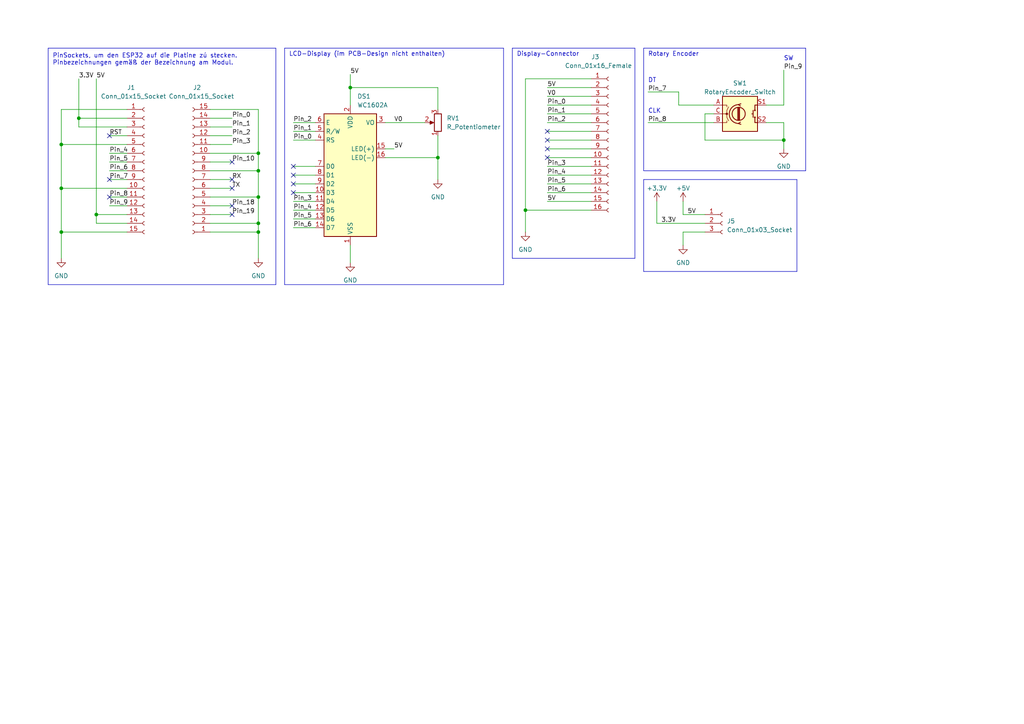
<source format=kicad_sch>
(kicad_sch (version 20230121) (generator eeschema)
  (paper "A4")
  (title_block (title "breakout-board-display-brain") (date "2023-02-04") (rev "v1") (comment 1 "erste Version"))
  (lib_symbols
    (symbol "Connector:Conn_01x03_Socket" (pin_names (offset 1.016) hide)
      (property "Reference" "J" (at 0 5.08 0))
      (property "Value" "Conn_01x03_Socket" (at 0 -5.08 0))
      (symbol "Conn_01x03_Socket_1_1"
        (arc (start 0 -2.032) (mid -0.5058 -2.54) (end 0 -3.048) (stroke (width 0.1524)))
        (polyline (pts (xy -1.27 -2.54) (xy -0.508 -2.54)) (stroke (width 0.1524)))
        (polyline (pts (xy -1.27 0) (xy -0.508 0)) (stroke (width 0.1524)))
        (polyline (pts (xy -1.27 2.54) (xy -0.508 2.54)) (stroke (width 0.1524)))
        (arc (start 0 0.508) (mid -0.5058 0) (end 0 -0.508) (stroke (width 0.1524)))
        (arc (start 0 3.048) (mid -0.5058 2.54) (end 0 2.032) (stroke (width 0.1524)))
        (pin passive line (at -5.08 2.54 0) (length 3.81) (name "Pin_1") (number "1"))
        (pin passive line (at -5.08 0 0) (length 3.81) (name "Pin_2") (number "2"))
        (pin passive line (at -5.08 -2.54 0) (length 3.81) (name "Pin_3") (number "3"))
      )
    )
    (symbol "Connector:Conn_01x15_Socket" (pin_names (offset 1.016) hide)
      (property "Reference" "J" (at 0 20.32 0))
      (property "Value" "Conn_01x15_Socket" (at 0 -20.32 0))
      (symbol "Conn_01x15_Socket_1_1"
        (arc (start 0 -17.272) (mid -0.5058 -17.78) (end 0 -18.288) (stroke (width 0.1524)))
        (arc (start 0 -14.732) (mid -0.5058 -15.24) (end 0 -15.748) (stroke (width 0.1524)))
        (arc (start 0 -12.192) (mid -0.5058 -12.7) (end 0 -13.208) (stroke (width 0.1524)))
        (arc (start 0 -9.652) (mid -0.5058 -10.16) (end 0 -10.668) (stroke (width 0.1524)))
        (arc (start 0 -7.112) (mid -0.5058 -7.62) (end 0 -8.128) (stroke (width 0.1524)))
        (arc (start 0 -4.572) (mid -0.5058 -5.08) (end 0 -5.588) (stroke (width 0.1524)))
        (arc (start 0 -2.032) (mid -0.5058 -2.54) (end 0 -3.048) (stroke (width 0.1524)))
        (polyline (pts (xy -1.27 -17.78) (xy -0.508 -17.78)) (stroke (width 0.1524)))
        (polyline (pts (xy -1.27 -15.24) (xy -0.508 -15.24)) (stroke (width 0.1524)))
        (polyline (pts (xy -1.27 -12.7) (xy -0.508 -12.7)) (stroke (width 0.1524)))
        (polyline (pts (xy -1.27 -10.16) (xy -0.508 -10.16)) (stroke (width 0.1524)))
        (polyline (pts (xy -1.27 -7.62) (xy -0.508 -7.62)) (stroke (width 0.1524)))
        (polyline (pts (xy -1.27 -5.08) (xy -0.508 -5.08)) (stroke (width 0.1524)))
        (polyline (pts (xy -1.27 -2.54) (xy -0.508 -2.54)) (stroke (width 0.1524)))
        (polyline (pts (xy -1.27 0) (xy -0.508 0)) (stroke (width 0.1524)))
        (polyline (pts (xy -1.27 2.54) (xy -0.508 2.54)) (stroke (width 0.1524)))
        (polyline (pts (xy -1.27 5.08) (xy -0.508 5.08)) (stroke (width 0.1524)))
        (polyline (pts (xy -1.27 7.62) (xy -0.508 7.62)) (stroke (width 0.1524)))
        (polyline (pts (xy -1.27 10.16) (xy -0.508 10.16)) (stroke (width 0.1524)))
        (polyline (pts (xy -1.27 12.7) (xy -0.508 12.7)) (stroke (width 0.1524)))
        (polyline (pts (xy -1.27 15.24) (xy -0.508 15.24)) (stroke (width 0.1524)))
        (polyline (pts (xy -1.27 17.78) (xy -0.508 17.78)) (stroke (width 0.1524)))
        (arc (start 0 0.508) (mid -0.5058 0) (end 0 -0.508) (stroke (width 0.1524)))
        (arc (start 0 3.048) (mid -0.5058 2.54) (end 0 2.032) (stroke (width 0.1524)))
        (arc (start 0 5.588) (mid -0.5058 5.08) (end 0 4.572) (stroke (width 0.1524)))
        (arc (start 0 8.128) (mid -0.5058 7.62) (end 0 7.112) (stroke (width 0.1524)))
        (arc (start 0 10.668) (mid -0.5058 10.16) (end 0 9.652) (stroke (width 0.1524)))
        (arc (start 0 13.208) (mid -0.5058 12.7) (end 0 12.192) (stroke (width 0.1524)))
        (arc (start 0 15.748) (mid -0.5058 15.24) (end 0 14.732) (stroke (width 0.1524)))
        (arc (start 0 18.288) (mid -0.5058 17.78) (end 0 17.272) (stroke (width 0.1524)))
        (pin passive line (at -5.08 17.78 0) (length 3.81) (name "Pin_1") (number "1"))
        (pin passive line (at -5.08 -5.08 0) (length 3.81) (name "Pin_10") (number "10"))
        (pin passive line (at -5.08 -7.62 0) (length 3.81) (name "Pin_11") (number "11"))
        (pin passive line (at -5.08 -10.16 0) (length 3.81) (name "Pin_12") (number "12"))
        (pin passive line (at -5.08 -12.7 0) (length 3.81) (name "Pin_13") (number "13"))
        (pin passive line (at -5.08 -15.24 0) (length 3.81) (name "Pin_14") (number "14"))
        (pin passive line (at -5.08 -17.78 0) (length 3.81) (name "Pin_15") (number "15"))
        (pin passive line (at -5.08 15.24 0) (length 3.81) (name "Pin_2") (number "2"))
        (pin passive line (at -5.08 12.7 0) (length 3.81) (name "Pin_3") (number "3"))
        (pin passive line (at -5.08 10.16 0) (length 3.81) (name "Pin_4") (number "4"))
        (pin passive line (at -5.08 7.62 0) (length 3.81) (name "Pin_5") (number "5"))
        (pin passive line (at -5.08 5.08 0) (length 3.81) (name "Pin_6") (number "6"))
        (pin passive line (at -5.08 2.54 0) (length 3.81) (name "Pin_7") (number "7"))
        (pin passive line (at -5.08 0 0) (length 3.81) (name "Pin_8") (number "8"))
        (pin passive line (at -5.08 -2.54 0) (length 3.81) (name "Pin_9") (number "9"))
      )
    )
    (symbol "Connector:Conn_01x16_Female" (pin_names (offset 1.016) hide)
      (property "Reference" "J" (at 0 20.32 0))
      (property "Value" "Conn_01x16_Female" (at 0 -22.86 0))
      (symbol "Conn_01x16_Female_1_1"
        (arc (start 0 -19.812) (mid -0.5058 -20.32) (end 0 -20.828) (stroke (width 0.1524)))
        (arc (start 0 -17.272) (mid -0.5058 -17.78) (end 0 -18.288) (stroke (width 0.1524)))
        (arc (start 0 -14.732) (mid -0.5058 -15.24) (end 0 -15.748) (stroke (width 0.1524)))
        (arc (start 0 -12.192) (mid -0.5058 -12.7) (end 0 -13.208) (stroke (width 0.1524)))
        (arc (start 0 -9.652) (mid -0.5058 -10.16) (end 0 -10.668) (stroke (width 0.1524)))
        (arc (start 0 -7.112) (mid -0.5058 -7.62) (end 0 -8.128) (stroke (width 0.1524)))
        (arc (start 0 -4.572) (mid -0.5058 -5.08) (end 0 -5.588) (stroke (width 0.1524)))
        (arc (start 0 -2.032) (mid -0.5058 -2.54) (end 0 -3.048) (stroke (width 0.1524)))
        (polyline (pts (xy -1.27 -20.32) (xy -0.508 -20.32)) (stroke (width 0.1524)))
        (polyline (pts (xy -1.27 -17.78) (xy -0.508 -17.78)) (stroke (width 0.1524)))
        (polyline (pts (xy -1.27 -15.24) (xy -0.508 -15.24)) (stroke (width 0.1524)))
        (polyline (pts (xy -1.27 -12.7) (xy -0.508 -12.7)) (stroke (width 0.1524)))
        (polyline (pts (xy -1.27 -10.16) (xy -0.508 -10.16)) (stroke (width 0.1524)))
        (polyline (pts (xy -1.27 -7.62) (xy -0.508 -7.62)) (stroke (width 0.1524)))
        (polyline (pts (xy -1.27 -5.08) (xy -0.508 -5.08)) (stroke (width 0.1524)))
        (polyline (pts (xy -1.27 -2.54) (xy -0.508 -2.54)) (stroke (width 0.1524)))
        (polyline (pts (xy -1.27 0) (xy -0.508 0)) (stroke (width 0.1524)))
        (polyline (pts (xy -1.27 2.54) (xy -0.508 2.54)) (stroke (width 0.1524)))
        (polyline (pts (xy -1.27 5.08) (xy -0.508 5.08)) (stroke (width 0.1524)))
        (polyline (pts (xy -1.27 7.62) (xy -0.508 7.62)) (stroke (width 0.1524)))
        (polyline (pts (xy -1.27 10.16) (xy -0.508 10.16)) (stroke (width 0.1524)))
        (polyline (pts (xy -1.27 12.7) (xy -0.508 12.7)) (stroke (width 0.1524)))
        (polyline (pts (xy -1.27 15.24) (xy -0.508 15.24)) (stroke (width 0.1524)))
        (polyline (pts (xy -1.27 17.78) (xy -0.508 17.78)) (stroke (width 0.1524)))
        (arc (start 0 0.508) (mid -0.5058 0) (end 0 -0.508) (stroke (width 0.1524)))
        (arc (start 0 3.048) (mid -0.5058 2.54) (end 0 2.032) (stroke (width 0.1524)))
        (arc (start 0 5.588) (mid -0.5058 5.08) (end 0 4.572) (stroke (width 0.1524)))
        (arc (start 0 8.128) (mid -0.5058 7.62) (end 0 7.112) (stroke (width 0.1524)))
        (arc (start 0 10.668) (mid -0.5058 10.16) (end 0 9.652) (stroke (width 0.1524)))
        (arc (start 0 13.208) (mid -0.5058 12.7) (end 0 12.192) (stroke (width 0.1524)))
        (arc (start 0 15.748) (mid -0.5058 15.24) (end 0 14.732) (stroke (width 0.1524)))
        (arc (start 0 18.288) (mid -0.5058 17.78) (end 0 17.272) (stroke (width 0.1524)))
        (pin passive line (at -5.08 17.78 0) (length 3.81) (name "Pin_1") (number "1"))
        (pin passive line (at -5.08 -5.08 0) (length 3.81) (name "Pin_10") (number "10"))
        (pin passive line (at -5.08 -7.62 0) (length 3.81) (name "Pin_11") (number "11"))
        (pin passive line (at -5.08 -10.16 0) (length 3.81) (name "Pin_12") (number "12"))
        (pin passive line (at -5.08 -12.7 0) (length 3.81) (name "Pin_13") (number "13"))
        (pin passive line (at -5.08 -15.24 0) (length 3.81) (name "Pin_14") (number "14"))
        (pin passive line (at -5.08 -17.78 0) (length 3.81) (name "Pin_15") (number "15"))
        (pin passive line (at -5.08 -20.32 0) (length 3.81) (name "Pin_16") (number "16"))
        (pin passive line (at -5.08 15.24 0) (length 3.81) (name "Pin_2") (number "2"))
        (pin passive line (at -5.08 12.7 0) (length 3.81) (name "Pin_3") (number "3"))
        (pin passive line (at -5.08 10.16 0) (length 3.81) (name "Pin_4") (number "4"))
        (pin passive line (at -5.08 7.62 0) (length 3.81) (name "Pin_5") (number "5"))
        (pin passive line (at -5.08 5.08 0) (length 3.81) (name "Pin_6") (number "6"))
        (pin passive line (at -5.08 2.54 0) (length 3.81) (name "Pin_7") (number "7"))
        (pin passive line (at -5.08 0 0) (length 3.81) (name "Pin_8") (number "8"))
        (pin passive line (at -5.08 -2.54 0) (length 3.81) (name "Pin_9") (number "9"))
      )
    )
    (symbol "Device:R_Potentiometer" (pin_names (offset 1.016) hide)
      (property "Reference" "RV" (at -4.445 0 90))
      (property "Value" "R_Potentiometer" (at -2.54 0 90))
      (symbol "R_Potentiometer_0_1"
        (polyline (pts (xy 2.54 0) (xy 1.524 0)))
        (polyline (pts (xy 1.143 0) (xy 2.286 0.508) (xy 2.286 -0.508) (xy 1.143 0)) (fill (type outline)))
        (rectangle (start 1.016 2.54) (end -1.016 -2.54) (stroke (width 0.254)))
      )
      (symbol "R_Potentiometer_1_1"
        (pin passive line (at 0 3.81 270) (length 1.27) (name "1") (number "1"))
        (pin passive line (at 3.81 0 180) (length 1.27) (name "2") (number "2"))
        (pin passive line (at 0 -3.81 90) (length 1.27) (name "3") (number "3"))
      )
    )
    (symbol "Device:RotaryEncoder_Switch" (pin_names (offset 0.254) hide)
      (property "Reference" "SW" (at 0 6.604 0))
      (property "Value" "RotaryEncoder_Switch" (at 0 -6.604 0))
      (symbol "RotaryEncoder_Switch_0_1"
        (rectangle (start -5.08 5.08) (end 5.08 -5.08) (stroke (width 0.254)) (fill (type background)))
        (circle (center -3.81 0) (radius 0.254) (fill (type outline)))
        (circle (center -0.381 0) (radius 1.905) (stroke (width 0.254)))
        (arc (start -0.381 2.667) (mid -3.0988 -0.0635) (end -0.381 -2.794) (stroke (width 0.254)))
        (polyline (pts (xy -0.635 -1.778) (xy -0.635 1.778)) (stroke (width 0.254)))
        (polyline (pts (xy -0.381 -1.778) (xy -0.381 1.778)) (stroke (width 0.254)))
        (polyline (pts (xy -0.127 1.778) (xy -0.127 -1.778)) (stroke (width 0.254)))
        (polyline (pts (xy 3.81 0) (xy 3.429 0)) (stroke (width 0.254)))
        (polyline (pts (xy 3.81 1.016) (xy 3.81 -1.016)) (stroke (width 0.254)))
        (polyline (pts (xy -5.08 -2.54) (xy -3.81 -2.54) (xy -3.81 -2.032)))
        (polyline (pts (xy -5.08 2.54) (xy -3.81 2.54) (xy -3.81 2.032)))
        (polyline (pts (xy 0.254 -3.048) (xy -0.508 -2.794) (xy 0.127 -2.413)) (stroke (width 0.254)))
        (polyline (pts (xy 0.254 2.921) (xy -0.508 2.667) (xy 0.127 2.286)) (stroke (width 0.254)))
        (polyline (pts (xy 5.08 -2.54) (xy 4.318 -2.54) (xy 4.318 -1.016)) (stroke (width 0.254)))
        (polyline (pts (xy 5.08 2.54) (xy 4.318 2.54) (xy 4.318 1.016)) (stroke (width 0.254)))
        (polyline (pts (xy -5.08 0) (xy -3.81 0) (xy -3.81 -1.016) (xy -3.302 -2.032)))
        (polyline (pts (xy -4.318 0) (xy -3.81 0) (xy -3.81 1.016) (xy -3.302 2.032)))
        (circle (center 4.318 -1.016) (radius 0.127) (stroke (width 0.254)))
        (circle (center 4.318 1.016) (radius 0.127) (stroke (width 0.254)))
      )
      (symbol "RotaryEncoder_Switch_1_1"
        (pin passive line (at -7.62 2.54 0) (length 2.54) (name "A") (number "A"))
        (pin passive line (at -7.62 -2.54 0) (length 2.54) (name "B") (number "B"))
        (pin passive line (at -7.62 0 0) (length 2.54) (name "C") (number "C"))
        (pin passive line (at 7.62 2.54 180) (length 2.54) (name "S1") (number "S1"))
        (pin passive line (at 7.62 -2.54 180) (length 2.54) (name "S2") (number "S2"))
      )
    )
    (symbol "Display_Character:WC1602A"
      (property "Reference" "DS" (at -5.842 19.05 0))
      (property "Value" "WC1602A" (at 5.334 19.05 0))
      (symbol "WC1602A_1_1"
        (rectangle (start -7.62 17.78) (end 7.62 -17.78) (stroke (width 0.254)) (fill (type background)))
        (pin power_in line (at 0 -20.32 90) (length 2.54) (name "VSS") (number "1"))
        (pin input line (at -10.16 -5.08 0) (length 2.54) (name "D3") (number "10"))
        (pin input line (at -10.16 -7.62 0) (length 2.54) (name "D4") (number "11"))
        (pin input line (at -10.16 -10.16 0) (length 2.54) (name "D5") (number "12"))
        (pin input line (at -10.16 -12.7 0) (length 2.54) (name "D6") (number "13"))
        (pin input line (at -10.16 -15.24 0) (length 2.54) (name "D7") (number "14"))
        (pin power_in line (at 10.16 7.62 180) (length 2.54) (name "LED(+)") (number "15"))
        (pin power_in line (at 10.16 5.08 180) (length 2.54) (name "LED(-)") (number "16"))
        (pin power_in line (at 0 20.32 270) (length 2.54) (name "VDD") (number "2"))
        (pin input line (at 10.16 15.24 180) (length 2.54) (name "VO") (number "3"))
        (pin input line (at -10.16 10.16 0) (length 2.54) (name "RS") (number "4"))
        (pin input line (at -10.16 12.7 0) (length 2.54) (name "R/W") (number "5"))
        (pin input line (at -10.16 15.24 0) (length 2.54) (name "E") (number "6"))
        (pin input line (at -10.16 2.54 0) (length 2.54) (name "D0") (number "7"))
        (pin input line (at -10.16 0 0) (length 2.54) (name "D1") (number "8"))
        (pin input line (at -10.16 -2.54 0) (length 2.54) (name "D2") (number "9"))
      )
    )
    (symbol "GND_1" (power) (pin_names (offset 0))
      (property "Value" "GND_1" (at 0 -3.81 0))
      (symbol "GND_1_0_1"
        (polyline (pts (xy 0 0) (xy 0 -1.27) (xy 1.27 -1.27) (xy 0 -2.54) (xy -1.27 -1.27) (xy 0 -1.27)))
      )
      (symbol "GND_1_1_1"
        (pin power_in line (at 0 0 270) (length 0) hide (name "GND") (number "1"))
      )
    )
    (symbol "power:+3.3V" (power) (pin_names (offset 0))
      (property "Value" "+3.3V" (at 0 3.556 0))
      (symbol "+3.3V_0_1"
        (polyline (pts (xy -0.762 1.27) (xy 0 2.54)))
        (polyline (pts (xy 0 0) (xy 0 2.54)))
        (polyline (pts (xy 0 2.54) (xy 0.762 1.27)))
      )
      (symbol "+3.3V_1_1"
        (pin power_in line (at 0 0 90) (length 0) hide (name "+3.3V") (number "1"))
      )
    )
    (symbol "power:+5V" (power) (pin_names (offset 0))
      (property "Value" "+5V" (at 0 3.556 0))
      (symbol "+5V_0_1"
        (polyline (pts (xy -0.762 1.27) (xy 0 2.54)))
        (polyline (pts (xy 0 0) (xy 0 2.54)))
        (polyline (pts (xy 0 2.54) (xy 0.762 1.27)))
      )
      (symbol "+5V_1_1"
        (pin power_in line (at 0 0 90) (length 0) hide (name "+5V") (number "1"))
      )
    )
    (symbol "power:GND" (power) (pin_names (offset 0))
      (property "Value" "GND" (at 0 -3.81 0))
      (symbol "GND_0_1"
        (polyline (pts (xy 0 0) (xy 0 -1.27) (xy 1.27 -1.27) (xy 0 -2.54) (xy -1.27 -1.27) (xy 0 -1.27)))
      )
      (symbol "GND_1_1"
        (pin power_in line (at 0 0 270) (length 0) hide (name "GND") (number "1"))
      )
    )
  )
  (junction (at 74.93 67.31))
  (junction (at 227.33 40.64))
  (junction (at 22.86 34.29))
  (junction (at 127 45.72))
  (junction (at 74.93 57.15))
  (junction (at 27.94 62.23))
  (junction (at 17.78 67.31))
  (junction (at 74.93 44.45))
  (junction (at 17.78 41.91))
  (junction (at 152.4 60.96))
  (junction (at 74.93 64.77))
  (junction (at 74.93 49.53))
  (junction (at 17.78 54.61))
  (junction (at 101.6 25.4))
  (no_connect (at 67.31 59.69))
  (no_connect (at 31.75 57.15))
  (no_connect (at 85.09 53.34))
  (no_connect (at 31.75 39.37))
  (no_connect (at 67.31 52.07))
  (no_connect (at 85.09 48.26))
  (no_connect (at 67.31 62.23))
  (no_connect (at 67.31 46.99))
  (no_connect (at 85.09 55.88))
  (no_connect (at 158.75 45.72))
  (no_connect (at 158.75 43.18))
  (no_connect (at 158.75 40.64))
  (no_connect (at 158.75 38.1))
  (no_connect (at 31.75 52.07))
  (no_connect (at 67.31 54.61))
  (no_connect (at 85.09 50.8))
  (wire (pts (xy 127 25.4) (xy 101.6 25.4)))
  (polyline (pts (xy 80.01 13.97) (xy 80.01 82.55)))
  (wire (pts (xy 196.85 30.48) (xy 207.01 30.48)))
  (wire (pts (xy 60.96 36.83) (xy 67.31 36.83)))
  (wire (pts (xy 60.96 34.29) (xy 67.31 34.29)))
  (wire (pts (xy 27.94 64.77) (xy 36.83 64.77)))
  (wire (pts (xy 85.09 58.42) (xy 91.44 58.42)))
  (wire (pts (xy 22.86 36.83) (xy 36.83 36.83)))
  (wire (pts (xy 158.75 25.4) (xy 171.45 25.4)))
  (wire (pts (xy 17.78 67.31) (xy 17.78 74.93)))
  (wire (pts (xy 227.33 20.32) (xy 227.33 30.48)))
  (wire (pts (xy 198.12 62.23) (xy 198.12 58.42)))
  (wire (pts (xy 158.75 40.64) (xy 171.45 40.64)))
  (wire (pts (xy 111.76 45.72) (xy 127 45.72)))
  (wire (pts (xy 27.94 62.23) (xy 27.94 64.77)))
  (wire (pts (xy 22.86 36.83) (xy 22.86 34.29)))
  (polyline (pts (xy 13.97 13.97) (xy 13.97 82.55)))
  (wire (pts (xy 74.93 64.77) (xy 74.93 67.31)))
  (wire (pts (xy 60.96 31.75) (xy 74.93 31.75)))
  (wire (pts (xy 74.93 31.75) (xy 74.93 44.45)))
  (polyline (pts (xy 80.01 82.55) (xy 13.97 82.55)))
  (wire (pts (xy 158.75 48.26) (xy 171.45 48.26)))
  (wire (pts (xy 196.85 26.67) (xy 196.85 30.48)))
  (wire (pts (xy 158.75 53.34) (xy 171.45 53.34)))
  (wire (pts (xy 207.01 33.02) (xy 204.47 33.02)))
  (wire (pts (xy 158.75 27.94) (xy 171.45 27.94)))
  (wire (pts (xy 187.96 26.67) (xy 196.85 26.67)))
  (wire (pts (xy 85.09 35.56) (xy 91.44 35.56)))
  (wire (pts (xy 17.78 67.31) (xy 36.83 67.31)))
  (polyline (pts (xy 186.69 49.53) (xy 233.68 49.53)))
  (wire (pts (xy 222.25 35.56) (xy 227.33 35.56)))
  (wire (pts (xy 31.75 57.15) (xy 36.83 57.15)))
  (wire (pts (xy 187.96 35.56) (xy 207.01 35.56)))
  (wire (pts (xy 158.75 58.42) (xy 171.45 58.42)))
  (wire (pts (xy 17.78 41.91) (xy 17.78 54.61)))
  (wire (pts (xy 74.93 44.45) (xy 74.93 49.53)))
  (wire (pts (xy 158.75 45.72) (xy 171.45 45.72)))
  (wire (pts (xy 152.4 22.86) (xy 152.4 60.96)))
  (wire (pts (xy 152.4 60.96) (xy 171.45 60.96)))
  (wire (pts (xy 85.09 55.88) (xy 91.44 55.88)))
  (wire (pts (xy 17.78 41.91) (xy 36.83 41.91)))
  (wire (pts (xy 101.6 21.59) (xy 101.6 25.4)))
  (wire (pts (xy 74.93 57.15) (xy 74.93 64.77)))
  (wire (pts (xy 27.94 22.86) (xy 27.94 62.23)))
  (wire (pts (xy 17.78 31.75) (xy 36.83 31.75)))
  (polyline (pts (xy 184.15 74.93) (xy 148.59 74.93)))
  (wire (pts (xy 85.09 60.96) (xy 91.44 60.96)))
  (wire (pts (xy 101.6 25.4) (xy 101.6 30.48)))
  (wire (pts (xy 127 39.37) (xy 127 45.72)))
  (wire (pts (xy 31.75 44.45) (xy 36.83 44.45)))
  (wire (pts (xy 158.75 38.1) (xy 171.45 38.1)))
  (wire (pts (xy 60.96 39.37) (xy 67.31 39.37)))
  (wire (pts (xy 60.96 57.15) (xy 74.93 57.15)))
  (wire (pts (xy 60.96 46.99) (xy 67.31 46.99)))
  (wire (pts (xy 198.12 67.31) (xy 204.47 67.31)))
  (wire (pts (xy 158.75 43.18) (xy 171.45 43.18)))
  (wire (pts (xy 85.09 48.26) (xy 91.44 48.26)))
  (polyline (pts (xy 146.05 82.55) (xy 82.55 82.55)))
  (wire (pts (xy 60.96 52.07) (xy 67.31 52.07)))
  (wire (pts (xy 127 45.72) (xy 127 52.07)))
  (wire (pts (xy 111.76 43.18) (xy 114.3 43.18)))
  (wire (pts (xy 227.33 40.64) (xy 227.33 43.18)))
  (wire (pts (xy 190.5 64.77) (xy 190.5 58.42)))
  (wire (pts (xy 152.4 22.86) (xy 171.45 22.86)))
  (polyline (pts (xy 148.59 13.97) (xy 148.59 74.93)))
  (wire (pts (xy 17.78 54.61) (xy 36.83 54.61)))
  (wire (pts (xy 85.09 38.1) (xy 91.44 38.1)))
  (wire (pts (xy 17.78 31.75) (xy 17.78 41.91)))
  (wire (pts (xy 60.96 59.69) (xy 67.31 59.69)))
  (polyline (pts (xy 233.68 49.53) (xy 233.68 13.97)))
  (wire (pts (xy 85.09 63.5) (xy 91.44 63.5)))
  (wire (pts (xy 31.75 49.53) (xy 36.83 49.53)))
  (wire (pts (xy 158.75 33.02) (xy 171.45 33.02)))
  (wire (pts (xy 60.96 64.77) (xy 74.93 64.77)))
  (wire (pts (xy 127 31.75) (xy 127 25.4)))
  (polyline (pts (xy 186.69 13.97) (xy 186.69 49.53)))
  (polyline (pts (xy 82.55 13.97) (xy 82.55 82.55)))
  (wire (pts (xy 204.47 40.64) (xy 227.33 40.64)))
  (polyline (pts (xy 231.14 52.07) (xy 231.14 78.74)))
  (wire (pts (xy 158.75 35.56) (xy 171.45 35.56)))
  (wire (pts (xy 158.75 30.48) (xy 171.45 30.48)))
  (wire (pts (xy 74.93 49.53) (xy 74.93 57.15)))
  (wire (pts (xy 152.4 60.96) (xy 152.4 67.31)))
  (wire (pts (xy 85.09 40.64) (xy 91.44 40.64)))
  (wire (pts (xy 60.96 49.53) (xy 74.93 49.53)))
  (wire (pts (xy 85.09 53.34) (xy 91.44 53.34)))
  (wire (pts (xy 111.76 35.56) (xy 123.19 35.56)))
  (wire (pts (xy 227.33 30.48) (xy 222.25 30.48)))
  (wire (pts (xy 85.09 66.04) (xy 91.44 66.04)))
  (wire (pts (xy 158.75 55.88) (xy 171.45 55.88)))
  (wire (pts (xy 198.12 62.23) (xy 204.47 62.23)))
  (wire (pts (xy 31.75 52.07) (xy 36.83 52.07)))
  (polyline (pts (xy 186.69 52.07) (xy 231.14 52.07)))
  (wire (pts (xy 31.75 59.69) (xy 36.83 59.69)))
  (wire (pts (xy 22.86 22.86) (xy 22.86 34.29)))
  (wire (pts (xy 74.93 67.31) (xy 74.93 74.93)))
  (wire (pts (xy 158.75 50.8) (xy 171.45 50.8)))
  (wire (pts (xy 85.09 50.8) (xy 91.44 50.8)))
  (wire (pts (xy 17.78 54.61) (xy 17.78 67.31)))
  (wire (pts (xy 31.75 39.37) (xy 36.83 39.37)))
  (wire (pts (xy 198.12 67.31) (xy 198.12 71.12)))
  (wire (pts (xy 22.86 34.29) (xy 36.83 34.29)))
  (wire (pts (xy 227.33 35.56) (xy 227.33 40.64)))
  (polyline (pts (xy 184.15 13.97) (xy 184.15 74.93)))
  (polyline (pts (xy 186.69 13.97) (xy 233.68 13.97)))
  (wire (pts (xy 190.5 64.77) (xy 204.47 64.77)))
  (polyline (pts (xy 231.14 78.74) (xy 186.69 78.74)))
  (polyline (pts (xy 146.05 13.97) (xy 146.05 82.55)))
  (wire (pts (xy 60.96 54.61) (xy 67.31 54.61)))
  (wire (pts (xy 60.96 41.91) (xy 67.31 41.91)))
  (wire (pts (xy 60.96 62.23) (xy 67.31 62.23)))
  (polyline (pts (xy 82.55 13.97) (xy 146.05 13.97)))
  (polyline (pts (xy 186.69 52.07) (xy 186.69 78.74)))
  (wire (pts (xy 60.96 44.45) (xy 74.93 44.45)))
  (wire (pts (xy 27.94 62.23) (xy 36.83 62.23)))
  (polyline (pts (xy 148.59 13.97) (xy 184.15 13.97)))
  (wire (pts (xy 101.6 71.12) (xy 101.6 76.2)))
  (wire (pts (xy 204.47 33.02) (xy 204.47 40.64)))
  (polyline (pts (xy 13.97 13.97) (xy 80.01 13.97)))
  (wire (pts (xy 60.96 67.31) (xy 74.93 67.31)))
  (wire (pts (xy 31.75 46.99) (xy 36.83 46.99)))
  (text "CLK\n" (at 187.96 33.02 0) (effects (font (size 1.27 1.27)) (justify left bottom)))
  (text "SW" (at 227.33 17.78 0) (effects (font (size 1.27 1.27)) (justify left bottom)))
  (text "Rotary Encoder" (at 187.96 16.51 0) (effects (font (size 1.27 1.27)) (justify left bottom)))
  (text "PinSockets, um den ESP32 auf die Platine zú stecken.\nPinbezeichnungen gemäß der Bezeichnung am Modul." (at 15.24 19.05 0) (effects (font (size 1.27 1.27)) (justify left bottom)))
  (text "LCD-Display (im PCB-Design nicht enthalten)" (at 83.82 16.51 0) (effects (font (size 1.27 1.27)) (justify left bottom)))
  (text "Display-Connector\n" (at 149.86 16.51 0) (effects (font (size 1.27 1.27)) (justify left bottom)))
  (text "DT\n" (at 187.96 24.13 0) (effects (font (size 1.27 1.27)) (justify left bottom)))
  (label "Pin_19" (at 67.31 62.23 0))
  (label "Pin_9" (at 31.75 59.69 0))
  (label "5V" (at 114.3 43.18 0))
  (label "Pin_8" (at 31.75 57.15 0))
  (label "5V" (at 199.39 62.23 0))
  (label "Pin_6" (at 158.75 55.88 0))
  (label "Pin_1" (at 85.09 38.1 0))
  (label "Pin_3" (at 85.09 58.42 0))
  (label "Pin_1" (at 158.75 33.02 0))
  (label "5V" (at 27.94 22.86 0))
  (label "RX" (at 67.31 52.07 0))
  (label "Pin_9" (at 227.33 20.32 0))
  (label "V0" (at 114.3 35.56 0))
  (label "Pin_5" (at 85.09 63.5 0))
  (label "Pin_0" (at 67.31 34.29 0))
  (label "Pin_5" (at 31.75 46.99 0))
  (label "Pin_1" (at 67.31 36.83 0))
  (label "Pin_18" (at 67.31 59.69 0))
  (label "3.3V" (at 22.86 22.86 0))
  (label "Pin_7" (at 187.96 26.67 0))
  (label "Pin_2" (at 67.31 39.37 0))
  (label "Pin_10" (at 67.31 46.99 0))
  (label "5V" (at 101.6 21.59 0))
  (label "Pin_0" (at 85.09 40.64 0))
  (label "5V" (at 158.75 25.4 0))
  (label "Pin_0" (at 158.75 30.48 0))
  (label "Pin_5" (at 158.75 53.34 0))
  (label "RST" (at 31.75 39.37 0))
  (label "Pin_2" (at 158.75 35.56 0))
  (label "Pin_3" (at 67.31 41.91 0))
  (label "Pin_7" (at 31.75 52.07 0))
  (label "Pin_3" (at 158.75 48.26 0))
  (label "Pin_4" (at 31.75 44.45 0))
  (label "Pin_2" (at 85.09 35.56 0))
  (label "TX" (at 67.31 54.61 0))
  (label "Pin_6" (at 31.75 49.53 0))
  (label "Pin_4" (at 158.75 50.8 0))
  (label "Pin_8" (at 187.96 35.56 0))
  (label "Pin_4" (at 85.09 60.96 0))
  (label "Pin_6" (at 85.09 66.04 0))
  (label "V0" (at 158.75 27.94 0))
  (label "3.3V" (at 191.77 64.77 0))
  (label "5V" (at 158.75 58.42 0))
  (symbol (lib_id "power:GND") (at 152.4 67.31 0) (unit 1)
    (property "Reference" "#PWR0106" (effects hide))
    (property "Value" "GND" (at 152.4 72.39 0))
  )
  (symbol (lib_id "Connector:Conn_01x15_Socket") (at 55.88 49.53 180) (unit 1)
    (property "Reference" "J2" (at 57.15 25.4 0))
    (property "Value" "Conn_01x15_Socket" (at 58.42 27.94 0))
    (property "Footprint" "Connector_PinSocket_2.54mm:PinSocket_1x15_P2.54mm_Vertical" (effects hide))
  )
  (symbol (lib_id "Device:R_Potentiometer") (at 127 35.56 180) (unit 1)
    (property "Reference" "RV1" (at 129.54 34.2899 0) (effects (justify right)))
    (property "Value" "R_Potentiometer" (at 129.54 36.8299 0) (effects (justify right)))
    (property "Footprint" "Potentiometer_THT:Potentiometer_ACP_CA9-V10_Vertical" (effects hide))
  )
  (symbol (lib_id "Connector:Conn_01x15_Socket") (at 41.91 49.53 0) (unit 1)
    (property "Reference" "J1" (at 36.83 25.4 0) (effects (justify left)))
    (property "Value" "Conn_01x15_Socket" (at 29.21 27.94 0) (effects (justify left)))
    (property "Footprint" "Connector_PinSocket_2.54mm:PinSocket_1x15_P2.54mm_Vertical" (effects hide))
  )
  (symbol (lib_id "Connector:Conn_01x16_Female") (at 176.53 40.64 0) (unit 1)
    (property "Reference" "J3" (at 171.45 16.51 0) (effects (justify left)))
    (property "Value" "Conn_01x16_Female" (at 163.83 19.05 0) (effects (justify left)))
    (property "Footprint" "Connector_PinSocket_2.54mm:PinSocket_1x16_P2.54mm_Vertical" (effects hide))
  )
  (symbol (lib_id "power:GND") (at 101.6 76.2 0) (unit 1)
    (property "Reference" "#PWR0102" (effects hide))
    (property "Value" "GND" (at 101.6 81.28 0))
  )
  (symbol (lib_id "Connector:Conn_01x03_Socket") (at 209.55 64.77 0) (unit 1)
    (property "Reference" "J5" (at 210.82 64.135 0) (effects (justify left)))
    (property "Value" "Conn_01x03_Socket" (at 210.82 66.675 0) (effects (justify left)))
    (property "Footprint" "Connector_PinSocket_2.54mm:PinSocket_1x03_P2.54mm_Vertical" (effects hide))
  )
  (symbol (lib_id "power:+3.3V") (at 190.5 58.42 0) (unit 1)
    (property "Reference" "#PWR07" (effects hide))
    (property "Value" "+3.3V" (at 190.5 54.61 0))
  )
  (symbol (lib_name "GND_1") (lib_id "power:GND") (at 74.93 74.93 0) (unit 1)
    (property "Reference" "#PWR02" (effects hide))
    (property "Value" "GND" (at 74.93 80.01 0))
  )
  (symbol (lib_id "power:+5V") (at 198.12 58.42 0) (unit 1)
    (property "Reference" "#PWR05" (effects hide))
    (property "Value" "+5V" (at 198.12 54.61 0))
  )
  (symbol (lib_id "power:GND") (at 227.33 43.18 0) (unit 1)
    (property "Reference" "#PWR03" (effects hide))
    (property "Value" "GND" (at 227.33 48.26 0))
  )
  (symbol (lib_id "power:GND") (at 127 52.07 0) (unit 1)
    (property "Reference" "#PWR0103" (effects hide))
    (property "Value" "GND" (at 127 57.15 0))
  )
  (symbol (lib_id "Display_Character:WC1602A") (at 101.6 50.8 0) (unit 1) (on_board no)
    (property "Reference" "DS1" (at 103.6194 27.94 0) (effects (justify left)))
    (property "Value" "WC1602A" (at 103.6194 30.48 0) (effects (justify left)))
    (property "Footprint" "Display:WC1602A" (effects hide))
    (property "Datasheet" "http://www.wincomlcd.com/pdf/WC1602A-SFYLYHTC06.pdf" (effects hide))
  )
  (symbol (lib_name "GND_1") (lib_id "power:GND") (at 198.12 71.12 0) (unit 1)
    (property "Reference" "#PWR06" (effects hide))
    (property "Value" "GND" (at 198.12 76.2 0))
  )
  (symbol (lib_name "GND_1") (lib_id "power:GND") (at 17.78 74.93 0) (unit 1)
    (property "Reference" "#PWR01" (effects hide))
    (property "Value" "GND" (at 17.78 80.01 0))
  )
  (symbol (lib_id "Device:RotaryEncoder_Switch") (at 214.63 33.02 0) (unit 1)
    (property "Reference" "SW1" (at 214.63 24.13 0))
    (property "Value" "RotaryEncoder_Switch" (at 214.63 26.67 0))
    (property "Footprint" "Rotary_Encoder:RotaryEncoder_Alps_EC11E-Switch_Vertical_H20mm" (effects hide))
  )
)
</source>
